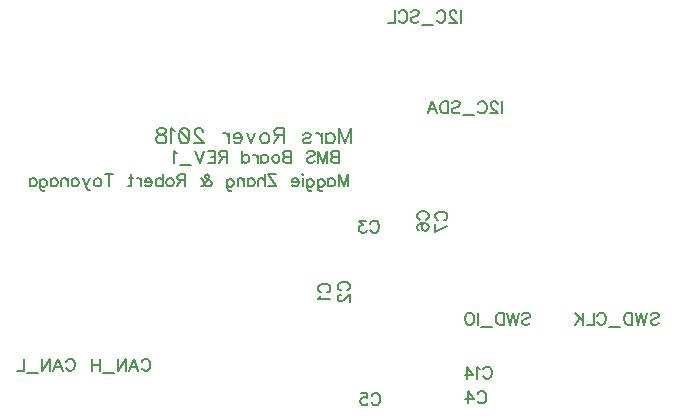
<source format=gbr>
G04 DipTrace 3.2.0.1*
G04 BottomSilk.gbr*
%MOIN*%
G04 #@! TF.FileFunction,Legend,Bot*
G04 #@! TF.Part,Single*
%ADD103C,0.005906*%
%ADD104C,0.00772*%
%ADD105C,0.006176*%
%FSLAX26Y26*%
G04*
G70*
G90*
G75*
G01*
G04 BotSilk*
%LPD*%
X1474729Y1403835D2*
D103*
X1470927Y1405737D1*
X1467080Y1409583D1*
X1465179Y1413386D1*
Y1421035D1*
X1467080Y1424882D1*
X1470927Y1428685D1*
X1474729Y1430630D1*
X1480477Y1432531D1*
X1490072D1*
X1495776Y1430630D1*
X1499623Y1428684D1*
X1503425Y1424882D1*
X1505371Y1421035D1*
Y1413386D1*
X1503425Y1409583D1*
X1499623Y1405737D1*
X1495776Y1403835D1*
X1472872Y1392024D2*
X1470927Y1388178D1*
X1465223Y1382430D1*
X1505371D1*
X1539690Y1410467D2*
X1535887Y1412368D1*
X1532041Y1416215D1*
X1530139Y1420017D1*
Y1427667D1*
X1532041Y1431513D1*
X1535887Y1435316D1*
X1539690Y1437261D1*
X1545438Y1439163D1*
X1555033D1*
X1560737Y1437261D1*
X1564583Y1435316D1*
X1568386Y1431513D1*
X1570331Y1427667D1*
Y1420017D1*
X1568386Y1416215D1*
X1564583Y1412368D1*
X1560737Y1410467D1*
X1539734Y1396710D2*
X1537833D1*
X1533986Y1394809D1*
X1532085Y1392908D1*
X1530184Y1389061D1*
Y1381412D1*
X1532085Y1377609D1*
X1533986Y1375708D1*
X1537833Y1373762D1*
X1541635D1*
X1545482Y1375708D1*
X1551186Y1379510D1*
X1570331Y1398656D1*
Y1371861D1*
X1638813Y1633538D2*
X1640714Y1637341D1*
X1644561Y1641188D1*
X1648364Y1643089D1*
X1656013D1*
X1659860Y1641188D1*
X1663662Y1637341D1*
X1665608Y1633538D1*
X1667509Y1627790D1*
Y1618196D1*
X1665608Y1612492D1*
X1663662Y1608645D1*
X1659860Y1604843D1*
X1656013Y1602897D1*
X1648364D1*
X1644561Y1604843D1*
X1640714Y1608645D1*
X1638813Y1612492D1*
X1623155Y1643045D2*
X1602153D1*
X1613605Y1627746D1*
X1607857D1*
X1604054Y1625845D1*
X1602153Y1623944D1*
X1600207Y1618196D1*
Y1614393D1*
X1602153Y1608645D1*
X1605955Y1604798D1*
X1611704Y1602897D1*
X1617452D1*
X1623155Y1604798D1*
X1625057Y1606744D1*
X1627002Y1610546D1*
X1996063Y1064641D2*
X1997964Y1068443D1*
X2001811Y1072290D1*
X2005614Y1074191D1*
X2013263D1*
X2017110Y1072290D1*
X2020912Y1068443D1*
X2022858Y1064641D1*
X2024759Y1058893D1*
Y1049298D1*
X2022858Y1043594D1*
X2020912Y1039747D1*
X2017110Y1035945D1*
X2013263Y1033999D1*
X2005614D1*
X2001811Y1035945D1*
X1997964Y1039747D1*
X1996063Y1043594D1*
X1965107Y1033999D2*
Y1074147D1*
X1984252Y1047397D1*
X1955556D1*
X1642750Y1058735D2*
X1644651Y1062538D1*
X1648498Y1066385D1*
X1652301Y1068286D1*
X1659950D1*
X1663797Y1066385D1*
X1667599Y1062538D1*
X1669545Y1058735D1*
X1671446Y1052987D1*
Y1043392D1*
X1669545Y1037689D1*
X1667599Y1033842D1*
X1663797Y1030039D1*
X1659950Y1028094D1*
X1652301D1*
X1648498Y1030039D1*
X1644651Y1033842D1*
X1642750Y1037689D1*
X1607991Y1068242D2*
X1627092D1*
X1628994Y1051042D1*
X1627092Y1052943D1*
X1621344Y1054889D1*
X1615641D1*
X1609892Y1052943D1*
X1606046Y1049141D1*
X1604144Y1043392D1*
Y1039590D1*
X1606046Y1033842D1*
X1609892Y1029995D1*
X1615641Y1028094D1*
X1621344D1*
X1627092Y1029995D1*
X1628994Y1031941D1*
X1630939Y1035743D1*
X1803469Y1645714D2*
X1799667Y1647616D1*
X1795820Y1651463D1*
X1793919Y1655265D1*
Y1662914D1*
X1795820Y1666761D1*
X1799667Y1670564D1*
X1803469Y1672509D1*
X1809218Y1674410D1*
X1818812D1*
X1824516Y1672509D1*
X1828363Y1670564D1*
X1832165Y1666761D1*
X1834111Y1662914D1*
Y1655265D1*
X1832165Y1651462D1*
X1828363Y1647616D1*
X1824516Y1645714D1*
X1799667Y1610956D2*
X1795864Y1612857D1*
X1793963Y1618605D1*
Y1622407D1*
X1795864Y1628155D1*
X1801612Y1632002D1*
X1811163Y1633903D1*
X1820714D1*
X1828363Y1632002D1*
X1832210Y1628155D1*
X1834111Y1622407D1*
Y1620506D1*
X1832210Y1614802D1*
X1828363Y1610956D1*
X1822615Y1609054D1*
X1820714D1*
X1814965Y1610956D1*
X1811163Y1614802D1*
X1809262Y1620506D1*
Y1622407D1*
X1811163Y1628155D1*
X1814966Y1632002D1*
X1820714Y1633903D1*
X1864493Y1644719D2*
X1860691Y1646620D1*
X1856844Y1650467D1*
X1854943Y1654269D1*
Y1661919D1*
X1856844Y1665765D1*
X1860691Y1669568D1*
X1864493Y1671513D1*
X1870241Y1673415D1*
X1879836D1*
X1885540Y1671513D1*
X1889386Y1669568D1*
X1893189Y1665765D1*
X1895134Y1661919D1*
X1895135Y1654269D1*
X1893189Y1650467D1*
X1889386Y1646620D1*
X1885540Y1644719D1*
X1895135Y1625258D2*
X1854987Y1606113D1*
Y1632908D1*
X2014640Y1147318D2*
X2016541Y1151121D1*
X2020388Y1154967D1*
X2024190Y1156869D1*
X2031840D1*
X2035687Y1154967D1*
X2039489Y1151121D1*
X2041435Y1147318D1*
X2043336Y1141570D1*
Y1131975D1*
X2041435Y1126271D1*
X2039489Y1122425D1*
X2035687Y1118622D1*
X2031840Y1116677D1*
X2024190D1*
X2020388Y1118622D1*
X2016541Y1122425D1*
X2014640Y1126271D1*
X2002829Y1149175D2*
X1998982Y1151121D1*
X1993234Y1156824D1*
Y1116677D1*
X1962278D2*
Y1156824D1*
X1981423Y1130074D1*
X1952727D1*
X876972Y1172909D2*
X878873Y1176711D1*
X882720Y1180558D1*
X886522Y1182459D1*
X894171D1*
X898018Y1180558D1*
X901821Y1176711D1*
X903766Y1172909D1*
X905667Y1167161D1*
Y1157566D1*
X903766Y1151862D1*
X901821Y1148015D1*
X898018Y1144213D1*
X894171Y1142267D1*
X886522D1*
X882720Y1144213D1*
X878873Y1148015D1*
X876972Y1151862D1*
X834519Y1142267D2*
X849862Y1182459D1*
X865161Y1142267D1*
X859412Y1155664D2*
X840267D1*
X795913Y1182459D2*
Y1142267D1*
X822708Y1182459D1*
Y1142267D1*
X784102Y1135635D2*
X747757D1*
X735946Y1182459D2*
Y1142267D1*
X709151Y1182459D2*
Y1142267D1*
X735946Y1163314D2*
X709151D1*
X624691Y1172909D2*
X626592Y1176711D1*
X630439Y1180558D1*
X634242Y1182459D1*
X641891D1*
X645738Y1180558D1*
X649540Y1176711D1*
X651486Y1172909D1*
X653387Y1167161D1*
Y1157566D1*
X651486Y1151862D1*
X649540Y1148015D1*
X645738Y1144213D1*
X641891Y1142267D1*
X634242D1*
X630439Y1144213D1*
X626592Y1148015D1*
X624691Y1151862D1*
X582239Y1142267D2*
X597582Y1182459D1*
X612880Y1142267D1*
X607132Y1155664D2*
X587987D1*
X543633Y1182459D2*
Y1142267D1*
X570428Y1182459D1*
Y1142267D1*
X531822Y1135635D2*
X495477D1*
X483666Y1182459D2*
Y1142267D1*
X460718D1*
X1939468Y2343876D2*
Y2303684D1*
X1925711Y2334282D2*
Y2336183D1*
X1923810Y2340030D1*
X1921909Y2341931D1*
X1918062Y2343832D1*
X1910413D1*
X1906610Y2341931D1*
X1904709Y2340030D1*
X1902763Y2336183D1*
Y2332380D1*
X1904709Y2328534D1*
X1908512Y2322830D1*
X1927657Y2303684D1*
X1900862D1*
X1860355Y2334326D2*
X1862257Y2338128D1*
X1866103Y2341975D1*
X1869906Y2343876D1*
X1877555D1*
X1881402Y2341975D1*
X1885204Y2338128D1*
X1887150Y2334326D1*
X1889051Y2328578D1*
Y2318983D1*
X1887150Y2313279D1*
X1885204Y2309432D1*
X1881402Y2305630D1*
X1877555Y2303684D1*
X1869906D1*
X1866103Y2305630D1*
X1862257Y2309432D1*
X1860355Y2313279D1*
X1848544Y2297052D2*
X1812199D1*
X1773593Y2338128D2*
X1777396Y2341975D1*
X1783144Y2343876D1*
X1790793D1*
X1796541Y2341975D1*
X1800388Y2338128D1*
Y2334326D1*
X1798442Y2330479D1*
X1796541Y2328578D1*
X1792739Y2326677D1*
X1781243Y2322830D1*
X1777396Y2320929D1*
X1775495Y2318983D1*
X1773593Y2315180D1*
Y2309432D1*
X1777396Y2305630D1*
X1783144Y2303684D1*
X1790793D1*
X1796541Y2305630D1*
X1800388Y2309432D1*
X1733086Y2334326D2*
X1734988Y2338128D1*
X1738834Y2341975D1*
X1742637Y2343876D1*
X1750286D1*
X1754133Y2341975D1*
X1757935Y2338128D1*
X1759881Y2334326D1*
X1761782Y2328578D1*
Y2318983D1*
X1759881Y2313279D1*
X1757935Y2309432D1*
X1754133Y2305630D1*
X1750286Y2303684D1*
X1742637D1*
X1738834Y2305630D1*
X1734988Y2309432D1*
X1733086Y2313279D1*
X1721275Y2343876D2*
Y2303684D1*
X1698327D1*
X2076222Y2040727D2*
Y2000535D1*
X2062466Y2031132D2*
Y2033033D1*
X2060565Y2036880D1*
X2058663Y2038781D1*
X2054816Y2040683D1*
X2047167D1*
X2043365Y2038781D1*
X2041463Y2036880D1*
X2039518Y2033033D1*
Y2029231D1*
X2041463Y2025384D1*
X2045266Y2019680D1*
X2064411Y2000535D1*
X2037617D1*
X1997110Y2031176D2*
X1999011Y2034979D1*
X2002858Y2038826D1*
X2006660Y2040727D1*
X2014310D1*
X2018156Y2038826D1*
X2021959Y2034979D1*
X2023904Y2031176D1*
X2025806Y2025428D1*
Y2015833D1*
X2023904Y2010130D1*
X2021959Y2006283D1*
X2018156Y2002480D1*
X2014310Y2000535D1*
X2006660D1*
X2002858Y2002480D1*
X1999011Y2006283D1*
X1997110Y2010130D1*
X1985299Y1993902D2*
X1948953D1*
X1910348Y2034979D2*
X1914150Y2038826D1*
X1919898Y2040727D1*
X1927548D1*
X1933296Y2038826D1*
X1937142Y2034979D1*
Y2031176D1*
X1935197Y2027329D1*
X1933296Y2025428D1*
X1929493Y2023527D1*
X1917997Y2019680D1*
X1914150Y2017779D1*
X1912249Y2015833D1*
X1910348Y2012031D1*
Y2006283D1*
X1914150Y2002480D1*
X1919898Y2000535D1*
X1927548D1*
X1933296Y2002480D1*
X1937142Y2006283D1*
X1898537Y2040727D2*
Y2000535D1*
X1885139D1*
X1879391Y2002480D1*
X1875545Y2006283D1*
X1873643Y2010130D1*
X1871742Y2015833D1*
Y2025428D1*
X1873643Y2031176D1*
X1875545Y2034979D1*
X1879391Y2038826D1*
X1885139Y2040727D1*
X1898537D1*
X1829290Y2000535D2*
X1844632Y2040727D1*
X1859931Y2000535D1*
X1854183Y2013932D2*
X1835038D1*
X2572600Y1330254D2*
X2576403Y1334101D1*
X2582151Y1336002D1*
X2589800D1*
X2595548Y1334101D1*
X2599395Y1330254D1*
Y1326452D1*
X2597449Y1322605D1*
X2595548Y1320704D1*
X2591746Y1318803D1*
X2580250Y1314956D1*
X2576403Y1313055D1*
X2574502Y1311109D1*
X2572600Y1307306D1*
Y1301558D1*
X2576403Y1297756D1*
X2582151Y1295810D1*
X2589800D1*
X2595548Y1297756D1*
X2599395Y1301558D1*
X2560789Y1336002D2*
X2551194Y1295810D1*
X2541644Y1336002D1*
X2532093Y1295810D1*
X2522498Y1336002D1*
X2510687D2*
Y1295810D1*
X2497290D1*
X2491542Y1297756D1*
X2487695Y1301558D1*
X2485794Y1305405D1*
X2483893Y1311109D1*
Y1320704D1*
X2485794Y1326452D1*
X2487695Y1330254D1*
X2491542Y1334101D1*
X2497290Y1336002D1*
X2510687D1*
X2472082Y1289178D2*
X2435737D1*
X2395230Y1326452D2*
X2397131Y1330254D1*
X2400978Y1334101D1*
X2404780Y1336002D1*
X2412429D1*
X2416276Y1334101D1*
X2420079Y1330254D1*
X2422024Y1326452D1*
X2423925Y1320704D1*
Y1311109D1*
X2422024Y1305405D1*
X2420079Y1301558D1*
X2416276Y1297756D1*
X2412429Y1295810D1*
X2404780D1*
X2400978Y1297756D1*
X2397131Y1301558D1*
X2395230Y1305405D1*
X2383419Y1336002D2*
Y1295810D1*
X2360471D1*
X2348660Y1336002D2*
Y1295810D1*
X2321865Y1336002D2*
X2348660Y1309208D1*
X2339109Y1318803D2*
X2321865Y1295810D1*
X2145136Y1330254D2*
X2148939Y1334101D1*
X2154687Y1336002D1*
X2162336D1*
X2168084Y1334101D1*
X2171931Y1330254D1*
Y1326452D1*
X2169985Y1322605D1*
X2168084Y1320704D1*
X2164282Y1318803D1*
X2152786Y1314956D1*
X2148939Y1313055D1*
X2147038Y1311109D1*
X2145136Y1307306D1*
Y1301558D1*
X2148939Y1297756D1*
X2154687Y1295810D1*
X2162336D1*
X2168084Y1297756D1*
X2171931Y1301558D1*
X2133325Y1336002D2*
X2123730Y1295810D1*
X2114180Y1336002D1*
X2104629Y1295810D1*
X2095035Y1336002D1*
X2083224D2*
Y1295810D1*
X2069826D1*
X2064078Y1297756D1*
X2060231Y1301558D1*
X2058330Y1305405D1*
X2056429Y1311109D1*
Y1320704D1*
X2058330Y1326452D1*
X2060231Y1330254D1*
X2064078Y1334101D1*
X2069826Y1336002D1*
X2083224D1*
X2044618Y1289178D2*
X2008273D1*
X1996462Y1336002D2*
Y1295810D1*
X1973154Y1336002D2*
X1977001Y1334101D1*
X1980804Y1330254D1*
X1982749Y1326452D1*
X1984651Y1320704D1*
Y1311109D1*
X1982749Y1305405D1*
X1980804Y1301558D1*
X1977001Y1297756D1*
X1973154Y1295810D1*
X1965505D1*
X1961703Y1297756D1*
X1957856Y1301558D1*
X1955955Y1305405D1*
X1954053Y1311109D1*
Y1320704D1*
X1955955Y1326452D1*
X1957856Y1330254D1*
X1961703Y1334101D1*
X1965505Y1336002D1*
X1973154D1*
X1535418Y1901228D2*
D104*
Y1951468D1*
X1554542Y1901228D1*
X1573665Y1951468D1*
Y1901228D1*
X1491294Y1934721D2*
Y1901228D1*
Y1927536D2*
X1496047Y1932345D1*
X1500856Y1934721D1*
X1507986D1*
X1512794Y1932345D1*
X1517547Y1927536D1*
X1519979Y1920351D1*
Y1915598D1*
X1517547Y1908413D1*
X1512794Y1903660D1*
X1507986Y1901228D1*
X1500856D1*
X1496047Y1903660D1*
X1491294Y1908413D1*
X1475855Y1934721D2*
Y1901228D1*
Y1920351D2*
X1473423Y1927536D1*
X1468670Y1932345D1*
X1463861Y1934721D1*
X1456676D1*
X1414929Y1927536D2*
X1417305Y1932345D1*
X1424490Y1934721D1*
X1431676D1*
X1438861Y1932345D1*
X1441237Y1927536D1*
X1438861Y1922783D1*
X1434052Y1920351D1*
X1422114Y1917974D1*
X1417305Y1915598D1*
X1414929Y1910789D1*
Y1908413D1*
X1417305Y1903660D1*
X1424490Y1901228D1*
X1431676D1*
X1438861Y1903660D1*
X1441237Y1908413D1*
X1350889Y1927536D2*
X1329389D1*
X1322204Y1929968D1*
X1319772Y1932345D1*
X1317395Y1937098D1*
Y1941906D1*
X1319772Y1946659D1*
X1322204Y1949091D1*
X1329389Y1951468D1*
X1350889D1*
Y1901228D1*
X1334142Y1927536D2*
X1317395Y1901228D1*
X1290018Y1934721D2*
X1294771Y1932345D1*
X1299579Y1927536D1*
X1301956Y1920351D1*
Y1915598D1*
X1299579Y1908413D1*
X1294771Y1903660D1*
X1290018Y1901228D1*
X1282833D1*
X1278024Y1903660D1*
X1273271Y1908413D1*
X1270839Y1915598D1*
Y1920351D1*
X1273271Y1927536D1*
X1278024Y1932345D1*
X1282833Y1934721D1*
X1290018D1*
X1255400D2*
X1241030Y1901228D1*
X1226715Y1934721D1*
X1211276Y1920351D2*
X1182591D1*
Y1925160D1*
X1184968Y1929968D1*
X1187344Y1932345D1*
X1192153Y1934721D1*
X1199338D1*
X1204091Y1932345D1*
X1208899Y1927536D1*
X1211276Y1920351D1*
Y1915598D1*
X1208899Y1908413D1*
X1204091Y1903660D1*
X1199338Y1901228D1*
X1192153D1*
X1187344Y1903660D1*
X1182591Y1908413D1*
X1167152Y1934721D2*
Y1901228D1*
Y1920351D2*
X1164720Y1927536D1*
X1159967Y1932345D1*
X1155158Y1934721D1*
X1147973D1*
X1081501Y1939474D2*
Y1941851D1*
X1079125Y1946659D1*
X1076748Y1949036D1*
X1071940Y1951413D1*
X1062378D1*
X1057625Y1949036D1*
X1055248Y1946659D1*
X1052816Y1941851D1*
Y1937098D1*
X1055248Y1932289D1*
X1060001Y1925160D1*
X1083933Y1901228D1*
X1050440D1*
X1020630Y1951413D2*
X1027815Y1949036D1*
X1032624Y1941851D1*
X1035000Y1929913D1*
Y1922728D1*
X1032624Y1910789D1*
X1027815Y1903604D1*
X1020630Y1901228D1*
X1015877D1*
X1008692Y1903604D1*
X1003939Y1910789D1*
X1001507Y1922728D1*
Y1929913D1*
X1003939Y1941851D1*
X1008692Y1949036D1*
X1015877Y1951413D1*
X1020630D1*
X1003939Y1941851D2*
X1032624Y1910789D1*
X986068Y1941851D2*
X981259Y1944283D1*
X974074Y1951413D1*
Y1901228D1*
X946697Y1951413D2*
X953827Y1949036D1*
X956259Y1944283D1*
Y1939474D1*
X953827Y1934721D1*
X949074Y1932289D1*
X939512Y1929913D1*
X932327Y1927536D1*
X927574Y1922728D1*
X925197Y1917974D1*
Y1910789D1*
X927574Y1906036D1*
X929950Y1903604D1*
X937135Y1901228D1*
X946697D1*
X953827Y1903604D1*
X956259Y1906036D1*
X958635Y1910789D1*
Y1917974D1*
X956259Y1922728D1*
X951450Y1927536D1*
X944320Y1929913D1*
X934759Y1932289D1*
X929950Y1934721D1*
X927574Y1939474D1*
Y1944283D1*
X929950Y1949036D1*
X937135Y1951413D1*
X946697D1*
X1534753Y1876119D2*
D105*
Y1835927D1*
X1517509D1*
X1511761Y1837873D1*
X1509860Y1839774D1*
X1507958Y1843577D1*
Y1849325D1*
X1509860Y1853171D1*
X1511761Y1855073D1*
X1517509Y1856974D1*
X1511761Y1858920D1*
X1509860Y1860821D1*
X1507958Y1864623D1*
Y1868470D1*
X1509860Y1872273D1*
X1511761Y1874218D1*
X1517509Y1876119D1*
X1534753D1*
Y1856974D2*
X1517509D1*
X1465010Y1835927D2*
Y1876119D1*
X1480308Y1835927D1*
X1495607Y1876119D1*
Y1835927D1*
X1425864Y1870371D2*
X1429666Y1874218D1*
X1435414Y1876119D1*
X1443063D1*
X1448811Y1874218D1*
X1452658Y1870371D1*
Y1866569D1*
X1450713Y1862722D1*
X1448811Y1860821D1*
X1445009Y1858920D1*
X1433513Y1855073D1*
X1429666Y1853171D1*
X1427765Y1851226D1*
X1425864Y1847423D1*
Y1841675D1*
X1429666Y1837873D1*
X1435414Y1835927D1*
X1443063D1*
X1448811Y1837873D1*
X1452658Y1841675D1*
X1374631Y1876119D2*
Y1835927D1*
X1357387D1*
X1351639Y1837873D1*
X1349738Y1839774D1*
X1347837Y1843577D1*
Y1849325D1*
X1349738Y1853171D1*
X1351639Y1855073D1*
X1357387Y1856974D1*
X1351639Y1858920D1*
X1349738Y1860821D1*
X1347837Y1864623D1*
Y1868470D1*
X1349738Y1872273D1*
X1351639Y1874218D1*
X1357387Y1876119D1*
X1374631D1*
Y1856974D2*
X1357387D1*
X1325935Y1862722D2*
X1329737Y1860821D1*
X1333584Y1856974D1*
X1335485Y1851226D1*
Y1847423D1*
X1333584Y1841675D1*
X1329737Y1837873D1*
X1325935Y1835927D1*
X1320187D1*
X1316340Y1837873D1*
X1312537Y1841675D1*
X1310592Y1847423D1*
Y1851226D1*
X1312537Y1856974D1*
X1316340Y1860821D1*
X1320187Y1862722D1*
X1325935D1*
X1275293D2*
Y1835927D1*
Y1856974D2*
X1279095Y1860821D1*
X1282942Y1862722D1*
X1288646D1*
X1292493Y1860821D1*
X1296295Y1856974D1*
X1298241Y1851226D1*
Y1847423D1*
X1296295Y1841675D1*
X1292493Y1837873D1*
X1288646Y1835927D1*
X1282942D1*
X1279095Y1837873D1*
X1275293Y1841675D1*
X1262941Y1862722D2*
Y1835927D1*
Y1851226D2*
X1260996Y1856974D1*
X1257193Y1860821D1*
X1253346Y1862722D1*
X1247598D1*
X1212299Y1876119D2*
Y1835927D1*
Y1856974D2*
X1216102Y1860821D1*
X1219948Y1862722D1*
X1225696D1*
X1229499Y1860821D1*
X1233346Y1856974D1*
X1235247Y1851226D1*
Y1847423D1*
X1233346Y1841675D1*
X1229499Y1837873D1*
X1225696Y1835927D1*
X1219948D1*
X1216102Y1837873D1*
X1212299Y1841675D1*
X1161067Y1856974D2*
X1143867D1*
X1138119Y1858920D1*
X1136174Y1860821D1*
X1134272Y1864623D1*
Y1868470D1*
X1136174Y1872273D1*
X1138119Y1874218D1*
X1143867Y1876119D1*
X1161067D1*
Y1835927D1*
X1147670Y1856974D2*
X1134272Y1835927D1*
X1097072Y1876119D2*
X1121921D1*
Y1835927D1*
X1097072D1*
X1121921Y1856974D2*
X1106622D1*
X1084720Y1876119D2*
X1069422Y1835927D1*
X1054123Y1876119D1*
X1041772Y1829295D2*
X1005426D1*
X993075Y1868426D2*
X989228Y1870371D1*
X983480Y1876075D1*
Y1835927D1*
X1533831Y1757187D2*
Y1797379D1*
X1549130Y1757187D1*
X1564428Y1797379D1*
Y1757187D1*
X1498532Y1783982D2*
Y1757187D1*
Y1778234D2*
X1502335Y1782081D1*
X1506181Y1783982D1*
X1511885D1*
X1515732Y1782081D1*
X1519534Y1778234D1*
X1521480Y1772486D1*
Y1768683D1*
X1519534Y1762935D1*
X1515732Y1759133D1*
X1511885Y1757187D1*
X1506181D1*
X1502335Y1759133D1*
X1498532Y1762935D1*
X1463233Y1782081D2*
Y1751439D1*
X1465134Y1745735D1*
X1467035Y1743790D1*
X1470882Y1741889D1*
X1476630D1*
X1480433Y1743790D1*
X1463233Y1776333D2*
X1467035Y1780135D1*
X1470882Y1782081D1*
X1476630D1*
X1480433Y1780135D1*
X1484279Y1776333D1*
X1486181Y1770585D1*
Y1766738D1*
X1484279Y1761034D1*
X1480433Y1757187D1*
X1476630Y1755286D1*
X1470882D1*
X1467035Y1757187D1*
X1463233Y1761034D1*
X1427933Y1782081D2*
Y1751439D1*
X1429835Y1745735D1*
X1431736Y1743790D1*
X1435583Y1741889D1*
X1441331D1*
X1445133Y1743790D1*
X1427933Y1776333D2*
X1431736Y1780135D1*
X1435583Y1782081D1*
X1441331D1*
X1445133Y1780135D1*
X1448980Y1776333D1*
X1450881Y1770585D1*
Y1766738D1*
X1448980Y1761034D1*
X1445133Y1757187D1*
X1441331Y1755286D1*
X1435583D1*
X1431736Y1757187D1*
X1427933Y1761034D1*
X1415582Y1797379D2*
X1413681Y1795478D1*
X1411735Y1797379D1*
X1413681Y1799325D1*
X1415582Y1797379D1*
X1413681Y1783982D2*
Y1757187D1*
X1399384Y1772486D2*
X1376436D1*
Y1776333D1*
X1378337Y1780179D1*
X1380238Y1782081D1*
X1384085Y1783982D1*
X1389833D1*
X1393636Y1782081D1*
X1397483Y1778234D1*
X1399384Y1772486D1*
Y1768683D1*
X1397483Y1762935D1*
X1393636Y1759133D1*
X1389833Y1757187D1*
X1384085D1*
X1380238Y1759133D1*
X1376436Y1762935D1*
X1325204Y1797379D2*
X1298409D1*
X1325204Y1757187D1*
X1298409D1*
X1286058Y1797379D2*
Y1757187D1*
Y1776333D2*
X1280310Y1782081D1*
X1276463Y1783982D1*
X1270715D1*
X1266912Y1782081D1*
X1265011Y1776333D1*
Y1757187D1*
X1229712Y1783982D2*
Y1757187D1*
Y1778234D2*
X1233514Y1782081D1*
X1237361Y1783982D1*
X1243065D1*
X1246912Y1782081D1*
X1250714Y1778234D1*
X1252660Y1772486D1*
Y1768683D1*
X1250714Y1762935D1*
X1246912Y1759133D1*
X1243065Y1757187D1*
X1237361D1*
X1233514Y1759133D1*
X1229712Y1762935D1*
X1217360Y1783982D2*
Y1757187D1*
Y1776333D2*
X1211612Y1782081D1*
X1207766Y1783982D1*
X1202062D1*
X1198215Y1782081D1*
X1196314Y1776333D1*
Y1757187D1*
X1161014Y1782081D2*
Y1751439D1*
X1162916Y1745735D1*
X1164817Y1743790D1*
X1168664Y1741889D1*
X1174412D1*
X1178214Y1743790D1*
X1161014Y1776333D2*
X1164817Y1780135D1*
X1168664Y1782081D1*
X1174412D1*
X1178214Y1780135D1*
X1182061Y1776333D1*
X1183962Y1770585D1*
Y1766738D1*
X1182061Y1761034D1*
X1178214Y1757187D1*
X1174412Y1755286D1*
X1168664D1*
X1164817Y1757187D1*
X1161014Y1761034D1*
X1073437Y1783982D2*
X1075382D1*
X1077284Y1782036D1*
X1079185Y1778234D1*
X1083032Y1768683D1*
X1086834Y1762935D1*
X1090637Y1759089D1*
X1094484Y1757187D1*
X1102133D1*
X1105935Y1759089D1*
X1107881Y1761034D1*
X1109782Y1764837D1*
Y1768683D1*
X1107881Y1772486D1*
X1105935Y1774387D1*
X1092582Y1782036D1*
X1090637Y1783982D1*
X1088736Y1787784D1*
Y1791631D1*
X1090637Y1795434D1*
X1094484Y1797335D1*
X1098286Y1795434D1*
X1100232Y1791631D1*
Y1787784D1*
X1098286Y1782036D1*
X1094484Y1776333D1*
X1084933Y1762935D1*
X1081086Y1759089D1*
X1077284Y1757187D1*
X1073437D1*
X1022205Y1778234D2*
X1005005D1*
X999257Y1780179D1*
X997311Y1782081D1*
X995410Y1785883D1*
Y1789730D1*
X997311Y1793532D1*
X999257Y1795478D1*
X1005005Y1797379D1*
X1022205D1*
Y1757187D1*
X1008807Y1778234D2*
X995410Y1757187D1*
X973508Y1783982D2*
X977311Y1782081D1*
X981157Y1778234D1*
X983059Y1772486D1*
Y1768683D1*
X981157Y1762935D1*
X977311Y1759133D1*
X973508Y1757187D1*
X967760D1*
X963913Y1759133D1*
X960111Y1762935D1*
X958165Y1768683D1*
Y1772486D1*
X960111Y1778234D1*
X963913Y1782081D1*
X967760Y1783982D1*
X973508D1*
X945814Y1797379D2*
Y1757187D1*
Y1778234D2*
X941967Y1782081D1*
X938165Y1783982D1*
X932417D1*
X928614Y1782081D1*
X924767Y1778234D1*
X922866Y1772486D1*
Y1768683D1*
X924767Y1762935D1*
X928614Y1759133D1*
X932417Y1757187D1*
X938165D1*
X941967Y1759133D1*
X945814Y1762935D1*
X910515Y1772486D2*
X887567D1*
Y1776333D1*
X889468Y1780179D1*
X891369Y1782081D1*
X895216Y1783982D1*
X900964D1*
X904767Y1782081D1*
X908613Y1778234D1*
X910515Y1772486D1*
Y1768683D1*
X908613Y1762935D1*
X904767Y1759133D1*
X900964Y1757187D1*
X895216D1*
X891369Y1759133D1*
X887567Y1762935D1*
X875215Y1783982D2*
Y1757187D1*
Y1772486D2*
X873270Y1778234D1*
X869467Y1782081D1*
X865620Y1783982D1*
X859872D1*
X841773Y1797379D2*
Y1764837D1*
X839872Y1759133D1*
X836025Y1757187D1*
X832222D1*
X847521Y1783982D2*
X834124D1*
X767593Y1797379D2*
Y1757187D1*
X780990Y1797379D2*
X754196D1*
X732294Y1783982D2*
X736096Y1782081D1*
X739943Y1778234D1*
X741844Y1772486D1*
Y1768683D1*
X739943Y1762935D1*
X736096Y1759133D1*
X732294Y1757187D1*
X726546D1*
X722699Y1759133D1*
X718896Y1762935D1*
X716951Y1768683D1*
Y1772486D1*
X718896Y1778234D1*
X722699Y1782081D1*
X726546Y1783982D1*
X732294D1*
X702654D2*
X691202Y1757187D1*
X695005Y1749538D1*
X698851Y1745691D1*
X702654Y1743790D1*
X704599D1*
X679706Y1783982D2*
X691202Y1757187D1*
X657804Y1783982D2*
X661607Y1782081D1*
X665453Y1778234D1*
X667355Y1772486D1*
Y1768683D1*
X665453Y1762935D1*
X661607Y1759133D1*
X657804Y1757187D1*
X652056D1*
X648209Y1759133D1*
X644407Y1762935D1*
X642461Y1768683D1*
Y1772486D1*
X644407Y1778234D1*
X648209Y1782081D1*
X652056Y1783982D1*
X657804D1*
X630110D2*
Y1757187D1*
Y1776333D2*
X624362Y1782081D1*
X620515Y1783982D1*
X614811D1*
X610964Y1782081D1*
X609063Y1776333D1*
Y1757187D1*
X573764Y1783982D2*
Y1757187D1*
Y1778234D2*
X577566Y1782081D1*
X581413Y1783982D1*
X587117D1*
X590964Y1782081D1*
X594766Y1778234D1*
X596712Y1772486D1*
Y1768683D1*
X594766Y1762935D1*
X590964Y1759133D1*
X587117Y1757187D1*
X581413D1*
X577566Y1759133D1*
X573764Y1762935D1*
X538465Y1782081D2*
Y1751439D1*
X540366Y1745735D1*
X542267Y1743790D1*
X546114Y1741889D1*
X551862D1*
X555664Y1743790D1*
X538465Y1776333D2*
X542267Y1780135D1*
X546114Y1782081D1*
X551862D1*
X555664Y1780135D1*
X559511Y1776333D1*
X561412Y1770585D1*
Y1766738D1*
X559511Y1761034D1*
X555664Y1757187D1*
X551862Y1755286D1*
X546114D1*
X542267Y1757187D1*
X538465Y1761034D1*
X503165Y1783982D2*
Y1757187D1*
Y1778234D2*
X506968Y1782081D1*
X510815Y1783982D1*
X516518D1*
X520365Y1782081D1*
X524168Y1778234D1*
X526113Y1772486D1*
Y1768683D1*
X524168Y1762935D1*
X520365Y1759133D1*
X516518Y1757187D1*
X510815D1*
X506968Y1759133D1*
X503165Y1762935D1*
M02*

</source>
